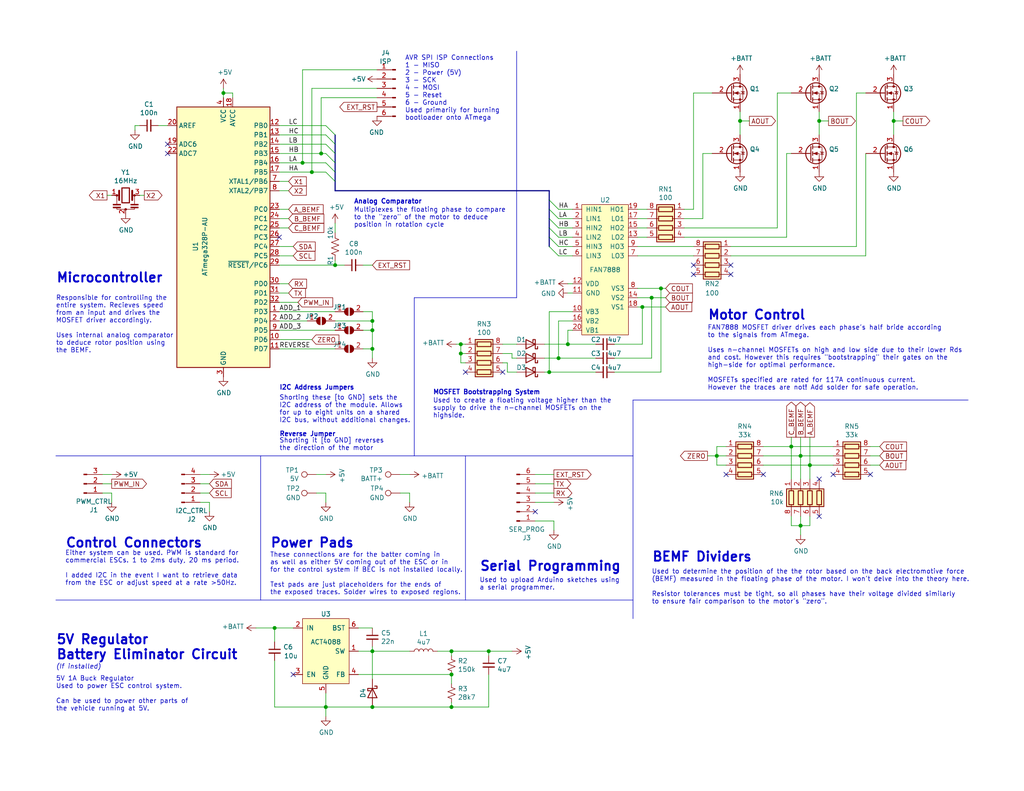
<source format=kicad_sch>
(kicad_sch (version 20230121) (generator eeschema)
  (paper "USLetter")
  (title_block (title "20V 100A BEMF ESC") (date "2020-05-04") (rev "1.1") (company "Savo Bajic") (comment 1 "Based on design from ELECTRONOOBS") (comment 2 "System controlled by PWM or I2C") (comment 3 "Designed for input between 10V and 20V, up to 100A continuous current") (comment 4 "Arduino Based BEMF Electric Speed Controller for a Brushless Motor"))
  (lib_symbols
    (symbol "Connector:Conn_01x03_Pin" (pin_names (offset 1.016) hide)
      (property "Reference" "J" (at 0 5.08 0))
      (property "Value" "Conn_01x03_Pin" (at 0 -5.08 0))
      (symbol "Conn_01x03_Pin_1_1"
        (pin passive line (at 5.08 2.54 180) (length 3.81) (name "Pin_1") (number "1"))
        (pin passive line (at 5.08 0 180) (length 3.81) (name "Pin_2") (number "2"))
        (pin passive line (at 5.08 -2.54 180) (length 3.81) (name "Pin_3") (number "3"))
      )
    )
    (symbol "Connector:Conn_01x04_Pin" (pin_names (offset 1.016) hide)
      (property "Reference" "J" (at 0 5.08 0))
      (property "Value" "Conn_01x04_Pin" (at 0 -7.62 0))
      (symbol "Conn_01x04_Pin_1_1"
        (pin passive line (at 5.08 2.54 180) (length 3.81) (name "Pin_1") (number "1"))
        (pin passive line (at 5.08 0 180) (length 3.81) (name "Pin_2") (number "2"))
        (pin passive line (at 5.08 -2.54 180) (length 3.81) (name "Pin_3") (number "3"))
        (pin passive line (at 5.08 -5.08 180) (length 3.81) (name "Pin_4") (number "4"))
      )
    )
    (symbol "Connector:Conn_01x06_Male" (pin_names (offset 1.016) hide)
      (property "Reference" "J" (at 0 7.62 0))
      (property "Value" "Conn_01x06_Male" (at 0 -10.16 0))
      (symbol "Conn_01x06_Male_1_1"
        (pin passive line (at 5.08 5.08 180) (length 3.81) (name "Pin_1") (number "1"))
        (pin passive line (at 5.08 2.54 180) (length 3.81) (name "Pin_2") (number "2"))
        (pin passive line (at 5.08 0 180) (length 3.81) (name "Pin_3") (number "3"))
        (pin passive line (at 5.08 -2.54 180) (length 3.81) (name "Pin_4") (number "4"))
        (pin passive line (at 5.08 -5.08 180) (length 3.81) (name "Pin_5") (number "5"))
        (pin passive line (at 5.08 -7.62 180) (length 3.81) (name "Pin_6") (number "6"))
      )
    )
    (symbol "Connector:Conn_01x06_Pin" (pin_names (offset 1.016) hide)
      (property "Reference" "J" (at 0 7.62 0))
      (property "Value" "Conn_01x06_Pin" (at 0 -10.16 0))
      (symbol "Conn_01x06_Pin_1_1"
        (pin passive line (at 5.08 5.08 180) (length 3.81) (name "Pin_1") (number "1"))
        (pin passive line (at 5.08 2.54 180) (length 3.81) (name "Pin_2") (number "2"))
        (pin passive line (at 5.08 0 180) (length 3.81) (name "Pin_3") (number "3"))
        (pin passive line (at 5.08 -2.54 180) (length 3.81) (name "Pin_4") (number "4"))
        (pin passive line (at 5.08 -5.08 180) (length 3.81) (name "Pin_5") (number "5"))
        (pin passive line (at 5.08 -7.62 180) (length 3.81) (name "Pin_6") (number "6"))
      )
    )
    (symbol "Connector:TestPoint" (pin_numbers hide) (pin_names (offset 0.762) hide)
      (property "Reference" "TP" (at 0 6.858 0))
      (property "Value" "TestPoint" (at 0 5.08 0))
      (symbol "TestPoint_1_1"
        (pin passive line (at 0 0 90) (length 2.54) (name "1") (number "1"))
      )
    )
    (symbol "Device:C_Small" (pin_numbers hide) (pin_names (offset 0.254) hide)
      (property "Reference" "C" (at 0.254 1.778 0))
      (property "Value" "C_Small" (at 0.254 -2.032 0))
      (symbol "C_Small_1_1"
        (pin passive line (at 0 2.54 270) (length 2.032) (name "~") (number "1"))
        (pin passive line (at 0 -2.54 90) (length 2.032) (name "~") (number "2"))
      )
    )
    (symbol "Device:D_Schottky" (pin_numbers hide) (pin_names (offset 1.016) hide)
      (property "Reference" "D" (at 0 2.54 0))
      (property "Value" "D_Schottky" (at 0 -2.54 0))
      (symbol "D_Schottky_1_1"
        (pin passive line (at -3.81 0 0) (length 2.54) (name "K") (number "1"))
        (pin passive line (at 3.81 0 180) (length 2.54) (name "A") (number "2"))
      )
    )
    (symbol "Device:L" (pin_numbers hide) (pin_names (offset 1.016) hide)
      (property "Reference" "L" (at -1.27 0 90))
      (property "Value" "L" (at 1.905 0 90))
      (symbol "L_1_1"
        (pin passive line (at 0 3.81 270) (length 1.27) (name "1") (number "1"))
        (pin passive line (at 0 -3.81 90) (length 1.27) (name "2") (number "2"))
      )
    )
    (symbol "Device:Q_NMOS_SGD" (pin_names (offset 0) hide)
      (property "Reference" "Q" (at 5.08 1.27 0))
      (property "Value" "Q_NMOS_SGD" (at 5.08 -1.27 0))
      (symbol "Q_NMOS_SGD_1_1"
        (pin passive line (at 2.54 -5.08 90) (length 2.54) (name "S") (number "1"))
        (pin input line (at -5.08 0 0) (length 5.08) (name "G") (number "2"))
        (pin passive line (at 2.54 5.08 270) (length 2.54) (name "D") (number "3"))
      )
    )
    (symbol "Device:R_Pack04" (pin_names (offset 0) hide)
      (property "Reference" "RN" (at -7.62 0 90))
      (property "Value" "R_Pack04" (at 5.08 0 90))
      (symbol "R_Pack04_1_1"
        (pin passive line (at -5.08 -5.08 90) (length 2.54) (name "R1.1") (number "1"))
        (pin passive line (at -2.54 -5.08 90) (length 2.54) (name "R2.1") (number "2"))
        (pin passive line (at 0 -5.08 90) (length 2.54) (name "R3.1") (number "3"))
        (pin passive line (at 2.54 -5.08 90) (length 2.54) (name "R4.1") (number "4"))
        (pin passive line (at 2.54 5.08 270) (length 2.54) (name "R4.2") (number "5"))
        (pin passive line (at 0 5.08 270) (length 2.54) (name "R3.2") (number "6"))
        (pin passive line (at -2.54 5.08 270) (length 2.54) (name "R2.2") (number "7"))
        (pin passive line (at -5.08 5.08 270) (length 2.54) (name "R1.2") (number "8"))
      )
    )
    (symbol "Device:R_Small_US" (pin_numbers hide) (pin_names (offset 0.254) hide)
      (property "Reference" "R" (at 0.762 0.508 0))
      (property "Value" "R_Small_US" (at 0.762 -1.016 0))
      (symbol "R_Small_US_1_1"
        (pin passive line (at 0 2.54 270) (length 1.016) (name "~") (number "1"))
        (pin passive line (at 0 -2.54 90) (length 1.016) (name "~") (number "2"))
      )
    )
    (symbol "Device:R_US" (pin_numbers hide) (pin_names (offset 0))
      (property "Reference" "R" (at 2.54 0 90))
      (property "Value" "R_US" (at -2.54 0 90))
      (symbol "R_US_1_1"
        (pin passive line (at 0 3.81 270) (length 1.27) (name "~") (number "1"))
        (pin passive line (at 0 -3.81 90) (length 1.27) (name "~") (number "2"))
      )
    )
    (symbol "Device:Resonator" (pin_names (offset 1.016) hide)
      (property "Reference" "Y" (at 0 5.715 0))
      (property "Value" "Resonator" (at 0 3.81 0))
      (symbol "Resonator_1_1"
        (pin passive line (at -3.81 0 0) (length 1.27) (name "1") (number "1"))
        (pin passive line (at 0 -5.08 90) (length 1.27) (name "2") (number "2"))
        (pin passive line (at 3.81 0 180) (length 1.27) (name "3") (number "3"))
      )
    )
    (symbol "Jumper:SolderJumper_2_Open" (pin_names (offset 0) hide)
      (property "Reference" "JP" (at 0 2.032 0))
      (property "Value" "SolderJumper_2_Open" (at 0 -2.54 0))
      (symbol "SolderJumper_2_Open_1_1"
        (pin passive line (at -3.81 0 0) (length 2.54) (name "A") (number "1"))
        (pin passive line (at 3.81 0 180) (length 2.54) (name "B") (number "2"))
      )
    )
    (symbol "MCU_Microchip_ATmega:ATmega328P-A"
      (property "Reference" "U" (at -12.7 36.83 0))
      (property "Value" "ATmega328P-A" (at 2.54 -36.83 0))
      (symbol "ATmega328P-A_1_1"
        (pin bidirectional line (at 15.24 -20.32 180) (length 2.54) (name "PD3") (number "1"))
        (pin bidirectional line (at 15.24 -27.94 180) (length 2.54) (name "PD6") (number "10"))
        (pin bidirectional line (at 15.24 -30.48 180) (length 2.54) (name "PD7") (number "11"))
        (pin bidirectional line (at 15.24 30.48 180) (length 2.54) (name "PB0") (number "12"))
        (pin bidirectional line (at 15.24 27.94 180) (length 2.54) (name "PB1") (number "13"))
        (pin bidirectional line (at 15.24 25.4 180) (length 2.54) (name "PB2") (number "14"))
        (pin bidirectional line (at 15.24 22.86 180) (length 2.54) (name "PB3") (number "15"))
        (pin bidirectional line (at 15.24 20.32 180) (length 2.54) (name "PB4") (number "16"))
        (pin bidirectional line (at 15.24 17.78 180) (length 2.54) (name "PB5") (number "17"))
        (pin power_in line (at 2.54 38.1 270) (length 2.54) (name "AVCC") (number "18"))
        (pin input line (at -15.24 25.4 0) (length 2.54) (name "ADC6") (number "19"))
        (pin bidirectional line (at 15.24 -22.86 180) (length 2.54) (name "PD4") (number "2"))
        (pin passive line (at -15.24 30.48 0) (length 2.54) (name "AREF") (number "20"))
        (pin passive line (at 0 -38.1 90) (length 2.54) hide (name "GND") (number "21"))
        (pin input line (at -15.24 22.86 0) (length 2.54) (name "ADC7") (number "22"))
        (pin bidirectional line (at 15.24 7.62 180) (length 2.54) (name "PC0") (number "23"))
        (pin bidirectional line (at 15.24 5.08 180) (length 2.54) (name "PC1") (number "24"))
        (pin bidirectional line (at 15.24 2.54 180) (length 2.54) (name "PC2") (number "25"))
        (pin bidirectional line (at 15.24 0 180) (length 2.54) (name "PC3") (number "26"))
        (pin bidirectional line (at 15.24 -2.54 180) (length 2.54) (name "PC4") (number "27"))
        (pin bidirectional line (at 15.24 -5.08 180) (length 2.54) (name "PC5") (number "28"))
        (pin bidirectional line (at 15.24 -7.62 180) (length 2.54) (name "~{RESET}/PC6") (number "29"))
        (pin power_in line (at 0 -38.1 90) (length 2.54) (name "GND") (number "3"))
        (pin bidirectional line (at 15.24 -12.7 180) (length 2.54) (name "PD0") (number "30"))
        (pin bidirectional line (at 15.24 -15.24 180) (length 2.54) (name "PD1") (number "31"))
        (pin bidirectional line (at 15.24 -17.78 180) (length 2.54) (name "PD2") (number "32"))
        (pin power_in line (at 0 38.1 270) (length 2.54) (name "VCC") (number "4"))
        (pin passive line (at 0 -38.1 90) (length 2.54) hide (name "GND") (number "5"))
        (pin passive line (at 0 38.1 270) (length 2.54) hide (name "VCC") (number "6"))
        (pin bidirectional line (at 15.24 15.24 180) (length 2.54) (name "XTAL1/PB6") (number "7"))
        (pin bidirectional line (at 15.24 12.7 180) (length 2.54) (name "XTAL2/PB7") (number "8"))
        (pin bidirectional line (at 15.24 -25.4 180) (length 2.54) (name "PD5") (number "9"))
      )
    )
    (symbol "esc_parts:ACT4088" (pin_names (offset 1.016))
      (property "Reference" "U" (at 0 10.16 0))
      (property "Value" "ACT4088" (at 0 2.54 0))
      (symbol "ACT4088_1_1"
        (pin power_out line (at 8.89 0 180) (length 2.54) (name "SW") (number "1"))
        (pin power_in line (at -8.89 6.35 0) (length 2.54) (name "IN") (number "2"))
        (pin input line (at -8.89 -6.35 0) (length 2.54) (name "EN") (number "3"))
        (pin input line (at 8.89 -6.35 180) (length 2.54) (name "FB") (number "4"))
        (pin power_in line (at 0 -11.43 90) (length 2.54) (name "GND") (number "5"))
        (pin passive line (at 8.89 6.35 180) (length 2.54) (name "BST") (number "6"))
      )
    )
    (symbol "esc_parts:FAN7888" (pin_names (offset 1.016))
      (property "Reference" "U2" (at 0 19.05 0))
      (property "Value" "FAN7888" (at 0 0 0))
      (symbol "FAN7888_1_1"
        (pin input line (at -8.89 16.51 0) (length 2.54) (name "HIN1") (number "1"))
        (pin passive line (at -8.89 -11.43 0) (length 2.54) (name "VB3") (number "10"))
        (pin power_in line (at -8.89 -6.35 0) (length 2.54) (name "GND") (number "11"))
        (pin power_in line (at -8.89 -3.81 0) (length 2.54) (name "VDD") (number "12"))
        (pin output line (at 8.89 8.89 180) (length 2.54) (name "LO2") (number "13"))
        (pin passive line (at 8.89 -7.62 180) (length 2.54) (name "VS2") (number "14"))
        (pin output line (at 8.89 11.43 180) (length 2.54) (name "HO2") (number "15"))
        (pin passive line (at -8.89 -13.97 0) (length 2.54) (name "VB2") (number "16"))
        (pin output line (at 8.89 13.97 180) (length 2.54) (name "LO1") (number "17"))
        (pin passive line (at 8.89 -10.16 180) (length 2.54) (name "VS1") (number "18"))
        (pin output line (at 8.89 16.51 180) (length 2.54) (name "HO1") (number "19"))
        (pin input line (at -8.89 13.97 0) (length 2.54) (name "LIN1") (number "2"))
        (pin passive line (at -8.89 -16.51 0) (length 2.54) (name "VB1") (number "20"))
        (pin input line (at -8.89 11.43 0) (length 2.54) (name "HIN2") (number "3"))
        (pin input line (at -8.89 8.89 0) (length 2.54) (name "LIN2") (number "4"))
        (pin input line (at -8.89 6.35 0) (length 2.54) (name "HIN3") (number "5"))
        (pin input line (at -8.89 3.81 0) (length 2.54) (name "LIN3") (number "6"))
        (pin output line (at 8.89 3.81 180) (length 2.54) (name "LO3") (number "7"))
        (pin passive line (at 8.89 -5.08 180) (length 2.54) (name "VS3") (number "8"))
        (pin output line (at 8.89 6.35 180) (length 2.54) (name "HO3") (number "9"))
      )
    )
    (symbol "power:+5V" (power) (pin_names (offset 0))
      (property "Value" "+5V" (at 0 3.556 0))
      (symbol "+5V_1_1"
        (pin power_in line (at 0 0 90) (length 0) hide (name "+5V") (number "1"))
      )
    )
    (symbol "power:+BATT" (power) (pin_names (offset 0))
      (property "Value" "+BATT" (at 0 3.556 0))
      (symbol "+BATT_1_1"
        (pin power_in line (at 0 0 90) (length 0) hide (name "+BATT") (number "1"))
      )
    )
    (symbol "power:GND" (power) (pin_names (offset 0))
      (property "Value" "GND" (at 0 -3.81 0))
      (symbol "GND_1_1"
        (pin power_in line (at 0 0 270) (length 0) hide (name "GND") (number "1"))
      )
    )
  )
  (junction (at 87.63 41.91))
  (junction (at 82.55 44.45))
  (junction (at 101.6 193.04))
  (junction (at 220.98 127))
  (junction (at 85.09 46.99))
  (junction (at 177.8 81.28))
  (junction (at 195.58 124.46))
  (junction (at 74.93 171.45))
  (junction (at 175.26 83.82))
  (junction (at 123.19 184.15))
  (junction (at 101.6 95.25))
  (junction (at 60.96 25.4))
  (junction (at 154.94 93.98))
  (junction (at 243.84 33.02))
  (junction (at 101.6 90.17))
  (junction (at 218.44 143.51))
  (junction (at 88.9 193.04))
  (junction (at 223.52 33.02))
  (junction (at 123.19 177.8))
  (junction (at 123.19 193.04))
  (junction (at 149.86 101.6))
  (junction (at 125.73 96.52))
  (junction (at 180.34 78.74))
  (junction (at 215.9 121.92))
  (junction (at 218.44 124.46))
  (junction (at 101.6 87.63))
  (junction (at 152.4 97.79))
  (junction (at 201.93 33.02))
  (junction (at 125.73 93.98))
  (junction (at 133.35 177.8))
  (junction (at 91.44 72.39))
  (junction (at 101.6 177.8))
  (no_connect (at 45.72 41.91))
  (no_connect (at 127 101.6))
  (no_connect (at 208.28 129.54))
  (no_connect (at 80.01 184.15))
  (no_connect (at 137.16 101.6))
  (no_connect (at 223.52 130.81))
  (no_connect (at 223.52 140.97))
  (no_connect (at 146.05 139.7))
  (no_connect (at 199.39 72.39))
  (no_connect (at 189.23 72.39))
  (no_connect (at 199.39 74.93))
  (no_connect (at 45.72 39.37))
  (no_connect (at 76.2 64.77))
  (no_connect (at 237.49 129.54))
  (no_connect (at 189.23 74.93))
  (no_connect (at 227.33 129.54))
  (no_connect (at 198.12 129.54))
  (bus_entry (at 88.9 39.37) (size 2.54 2.54))
  (bus_entry (at 88.9 41.91) (size 2.54 2.54))
  (bus_entry (at 149.86 67.31) (size 2.54 2.54))
  (bus_entry (at 149.86 54.61) (size 2.54 2.54))
  (bus_entry (at 88.9 46.99) (size 2.54 2.54))
  (bus_entry (at 149.86 64.77) (size 2.54 2.54))
  (bus_entry (at 88.9 44.45) (size 2.54 2.54))
  (bus_entry (at 149.86 57.15) (size 2.54 2.54))
  (bus_entry (at 149.86 59.69) (size 2.54 2.54))
  (bus_entry (at 149.86 62.23) (size 2.54 2.54))
  (bus_entry (at 88.9 36.83) (size 2.54 2.54))
  (bus_entry (at 88.9 34.29) (size 2.54 2.54))
  (wire (pts (xy 123.19 179.07) (xy 123.19 177.8)))
  (wire (pts (xy 76.2 72.39) (xy 91.44 72.39)))
  (wire (pts (xy 236.22 69.85) (xy 199.39 69.85)))
  (wire (pts (xy 208.28 127) (xy 220.98 127)))
  (wire (pts (xy 54.61 129.54) (xy 57.15 129.54)))
  (wire (pts (xy 167.64 101.6) (xy 180.34 101.6)))
  (wire (pts (xy 97.79 177.8) (xy 101.6 177.8)))
  (wire (pts (xy 152.4 67.31) (xy 156.21 67.31)))
  (wire (pts (xy 146.05 142.24) (xy 151.13 142.24)))
  (wire (pts (xy 109.22 134.62) (xy 111.76 134.62)))
  (wire (pts (xy 101.6 177.8) (xy 111.76 177.8)))
  (wire (pts (xy 154.94 90.17) (xy 156.21 90.17)))
  (polyline (pts (xy 140.97 81.28) (xy 140.97 13.97)))
  (wire (pts (xy 78.74 52.07) (xy 76.2 52.07)))
  (wire (pts (xy 76.2 87.63) (xy 83.82 87.63)))
  (wire (pts (xy 140.97 97.79) (xy 139.7 97.79)))
  (wire (pts (xy 181.61 78.74) (xy 180.34 78.74)))
  (wire (pts (xy 149.86 85.09) (xy 149.86 101.6)))
  (wire (pts (xy 212.09 25.4) (xy 215.9 25.4)))
  (wire (pts (xy 194.31 41.91) (xy 191.77 41.91)))
  (wire (pts (xy 173.99 81.28) (xy 177.8 81.28)))
  (wire (pts (xy 88.9 193.04) (xy 88.9 195.58)))
  (wire (pts (xy 189.23 69.85) (xy 173.99 69.85)))
  (wire (pts (xy 87.63 41.91) (xy 87.63 26.67)))
  (wire (pts (xy 63.5 25.4) (xy 63.5 26.67)))
  (wire (pts (xy 88.9 193.04) (xy 101.6 193.04)))
  (wire (pts (xy 237.49 124.46) (xy 240.03 124.46)))
  (wire (pts (xy 101.6 85.09) (xy 101.6 87.63)))
  (wire (pts (xy 180.34 78.74) (xy 173.99 78.74)))
  (wire (pts (xy 208.28 121.92) (xy 215.9 121.92)))
  (wire (pts (xy 215.9 121.92) (xy 227.33 121.92)))
  (wire (pts (xy 76.2 90.17) (xy 91.44 90.17)))
  (wire (pts (xy 215.9 140.97) (xy 215.9 143.51)))
  (wire (pts (xy 76.2 80.01) (xy 78.74 80.01)))
  (wire (pts (xy 189.23 25.4) (xy 194.31 25.4)))
  (wire (pts (xy 60.96 25.4) (xy 63.5 25.4)))
  (wire (pts (xy 125.73 96.52) (xy 125.73 99.06)))
  (wire (pts (xy 243.84 33.02) (xy 243.84 36.83)))
  (wire (pts (xy 99.06 85.09) (xy 101.6 85.09)))
  (wire (pts (xy 220.98 119.38) (xy 220.98 127)))
  (wire (pts (xy 101.6 95.25) (xy 101.6 97.79)))
  (wire (pts (xy 223.52 30.48) (xy 223.52 33.02)))
  (wire (pts (xy 74.93 193.04) (xy 88.9 193.04)))
  (polyline (pts (xy 113.03 81.28) (xy 113.03 124.46)))
  (wire (pts (xy 127 96.52) (xy 125.73 96.52)))
  (wire (pts (xy 87.63 41.91) (xy 88.9 41.91)))
  (wire (pts (xy 133.35 177.8) (xy 139.7 177.8)))
  (wire (pts (xy 74.93 171.45) (xy 69.85 171.45)))
  (polyline (pts (xy 172.72 109.22) (xy 264.16 109.22)))
  (wire (pts (xy 123.19 177.8) (xy 133.35 177.8)))
  (wire (pts (xy 124.46 93.98) (xy 125.73 93.98)))
  (wire (pts (xy 109.22 129.54) (xy 111.76 129.54)))
  (wire (pts (xy 181.61 81.28) (xy 177.8 81.28)))
  (wire (pts (xy 74.93 180.34) (xy 74.93 193.04)))
  (wire (pts (xy 127 99.06) (xy 125.73 99.06)))
  (wire (pts (xy 123.19 193.04) (xy 133.35 193.04)))
  (wire (pts (xy 60.96 24.13) (xy 60.96 25.4)))
  (wire (pts (xy 220.98 127) (xy 220.98 130.81)))
  (wire (pts (xy 76.2 41.91) (xy 87.63 41.91)))
  (bus (pts (xy 149.86 64.77) (xy 149.86 67.31)))
  (wire (pts (xy 198.12 127) (xy 195.58 127)))
  (wire (pts (xy 86.36 129.54) (xy 88.9 129.54)))
  (wire (pts (xy 218.44 146.05) (xy 218.44 143.51)))
  (wire (pts (xy 220.98 143.51) (xy 220.98 140.97)))
  (wire (pts (xy 218.44 124.46) (xy 208.28 124.46)))
  (wire (pts (xy 43.18 34.29) (xy 45.72 34.29)))
  (wire (pts (xy 212.09 62.23) (xy 212.09 25.4)))
  (wire (pts (xy 237.49 127) (xy 240.03 127)))
  (wire (pts (xy 191.77 59.69) (xy 186.69 59.69)))
  (wire (pts (xy 91.44 63.5) (xy 91.44 60.96)))
  (wire (pts (xy 101.6 176.53) (xy 101.6 177.8)))
  (wire (pts (xy 101.6 185.42) (xy 101.6 177.8)))
  (wire (pts (xy 82.55 19.05) (xy 102.87 19.05)))
  (wire (pts (xy 215.9 41.91) (xy 214.63 41.91)))
  (wire (pts (xy 99.06 90.17) (xy 101.6 90.17)))
  (wire (pts (xy 54.61 137.16) (xy 57.15 137.16)))
  (polyline (pts (xy 127 124.46) (xy 127 163.83)))
  (bus (pts (xy 91.44 46.99) (xy 91.44 49.53)))
  (wire (pts (xy 156.21 69.85) (xy 152.4 69.85)))
  (wire (pts (xy 152.4 97.79) (xy 162.56 97.79)))
  (wire (pts (xy 177.8 81.28) (xy 177.8 97.79)))
  (wire (pts (xy 76.2 46.99) (xy 85.09 46.99)))
  (wire (pts (xy 82.55 44.45) (xy 88.9 44.45)))
  (wire (pts (xy 173.99 64.77) (xy 176.53 64.77)))
  (wire (pts (xy 176.53 59.69) (xy 173.99 59.69)))
  (wire (pts (xy 173.99 67.31) (xy 189.23 67.31)))
  (wire (pts (xy 101.6 72.39) (xy 99.06 72.39)))
  (wire (pts (xy 38.1 53.34) (xy 39.37 53.34)))
  (wire (pts (xy 227.33 124.46) (xy 218.44 124.46)))
  (wire (pts (xy 195.58 121.92) (xy 198.12 121.92)))
  (wire (pts (xy 204.47 33.02) (xy 201.93 33.02)))
  (wire (pts (xy 125.73 93.98) (xy 127 93.98)))
  (wire (pts (xy 152.4 64.77) (xy 156.21 64.77)))
  (wire (pts (xy 139.7 96.52) (xy 137.16 96.52)))
  (wire (pts (xy 246.38 33.02) (xy 243.84 33.02)))
  (wire (pts (xy 74.93 171.45) (xy 80.01 171.45)))
  (wire (pts (xy 154.94 93.98) (xy 162.56 93.98)))
  (wire (pts (xy 76.2 49.53) (xy 78.74 49.53)))
  (wire (pts (xy 151.13 142.24) (xy 151.13 144.78)))
  (bus (pts (xy 91.44 44.45) (xy 91.44 46.99)))
  (bus (pts (xy 91.44 36.83) (xy 91.44 39.37)))
  (wire (pts (xy 236.22 41.91) (xy 236.22 69.85)))
  (wire (pts (xy 119.38 177.8) (xy 123.19 177.8)))
  (polyline (pts (xy 113.03 81.28) (xy 140.97 81.28)))
  (wire (pts (xy 133.35 193.04) (xy 133.35 184.15)))
  (wire (pts (xy 123.19 184.15) (xy 123.19 186.69)))
  (wire (pts (xy 167.64 93.98) (xy 175.26 93.98)))
  (wire (pts (xy 88.9 189.23) (xy 88.9 193.04)))
  (bus (pts (xy 149.86 62.23) (xy 149.86 64.77)))
  (wire (pts (xy 226.06 33.02) (xy 223.52 33.02)))
  (wire (pts (xy 123.19 191.77) (xy 123.19 193.04)))
  (wire (pts (xy 76.2 59.69) (xy 78.74 59.69)))
  (wire (pts (xy 215.9 130.81) (xy 215.9 121.92)))
  (wire (pts (xy 30.48 134.62) (xy 30.48 137.16)))
  (wire (pts (xy 76.2 95.25) (xy 91.44 95.25)))
  (wire (pts (xy 133.35 177.8) (xy 133.35 179.07)))
  (wire (pts (xy 177.8 97.79) (xy 167.64 97.79)))
  (wire (pts (xy 201.93 30.48) (xy 201.93 33.02)))
  (wire (pts (xy 88.9 134.62) (xy 88.9 137.16)))
  (wire (pts (xy 198.12 124.46) (xy 195.58 124.46)))
  (wire (pts (xy 146.05 137.16) (xy 151.13 137.16)))
  (bus (pts (xy 149.86 54.61) (xy 149.86 57.15)))
  (wire (pts (xy 86.36 134.62) (xy 88.9 134.62)))
  (wire (pts (xy 76.2 39.37) (xy 88.9 39.37)))
  (wire (pts (xy 149.86 85.09) (xy 156.21 85.09)))
  (wire (pts (xy 233.68 67.31) (xy 233.68 25.4)))
  (wire (pts (xy 223.52 33.02) (xy 223.52 36.83)))
  (wire (pts (xy 85.09 46.99) (xy 85.09 24.13)))
  (wire (pts (xy 218.44 124.46) (xy 218.44 130.81)))
  (wire (pts (xy 125.73 93.98) (xy 125.73 96.52)))
  (wire (pts (xy 180.34 101.6) (xy 180.34 78.74)))
  (wire (pts (xy 78.74 77.47) (xy 76.2 77.47)))
  (wire (pts (xy 76.2 44.45) (xy 82.55 44.45)))
  (wire (pts (xy 78.74 62.23) (xy 76.2 62.23)))
  (wire (pts (xy 76.2 67.31) (xy 80.01 67.31)))
  (wire (pts (xy 195.58 124.46) (xy 195.58 121.92)))
  (wire (pts (xy 156.21 80.01) (xy 154.94 80.01)))
  (wire (pts (xy 139.7 97.79) (xy 139.7 96.52)))
  (wire (pts (xy 154.94 77.47) (xy 156.21 77.47)))
  (wire (pts (xy 193.04 124.46) (xy 195.58 124.46)))
  (wire (pts (xy 76.2 36.83) (xy 88.9 36.83)))
  (wire (pts (xy 148.59 97.79) (xy 152.4 97.79)))
  (wire (pts (xy 29.21 53.34) (xy 30.48 53.34)))
  (wire (pts (xy 87.63 26.67) (xy 102.87 26.67)))
  (wire (pts (xy 91.44 87.63) (xy 101.6 87.63)))
  (wire (pts (xy 243.84 30.48) (xy 243.84 33.02)))
  (wire (pts (xy 146.05 134.62) (xy 151.13 134.62)))
  (wire (pts (xy 146.05 132.08) (xy 151.13 132.08)))
  (wire (pts (xy 27.94 132.08) (xy 30.48 132.08)))
  (wire (pts (xy 218.44 143.51) (xy 220.98 143.51)))
  (polyline (pts (xy 172.72 109.22) (xy 172.72 168.91)))
  (bus (pts (xy 149.86 57.15) (xy 149.86 59.69)))
  (wire (pts (xy 154.94 90.17) (xy 154.94 93.98)))
  (wire (pts (xy 85.09 24.13) (xy 102.87 24.13)))
  (wire (pts (xy 138.43 101.6) (xy 140.97 101.6)))
  (wire (pts (xy 57.15 134.62) (xy 54.61 134.62)))
  (wire (pts (xy 199.39 67.31) (xy 233.68 67.31)))
  (wire (pts (xy 215.9 143.51) (xy 218.44 143.51)))
  (wire (pts (xy 36.83 35.56) (xy 36.83 34.29)))
  (wire (pts (xy 76.2 69.85) (xy 80.01 69.85)))
  (wire (pts (xy 201.93 33.02) (xy 201.93 36.83)))
  (wire (pts (xy 148.59 93.98) (xy 154.94 93.98)))
  (wire (pts (xy 189.23 57.15) (xy 189.23 25.4)))
  (wire (pts (xy 76.2 85.09) (xy 91.44 85.09)))
  (wire (pts (xy 60.96 25.4) (xy 60.96 26.67)))
  (wire (pts (xy 191.77 41.91) (xy 191.77 59.69)))
  (bus (pts (xy 149.86 52.07) (xy 149.86 54.61)))
  (wire (pts (xy 97.79 171.45) (xy 101.6 171.45)))
  (wire (pts (xy 186.69 57.15) (xy 189.23 57.15)))
  (polyline (pts (xy 71.12 124.46) (xy 71.12 163.83)))
  (wire (pts (xy 215.9 119.38) (xy 215.9 121.92)))
  (bus (pts (xy 91.44 41.91) (xy 91.44 44.45)))
  (wire (pts (xy 186.69 62.23) (xy 212.09 62.23)))
  (wire (pts (xy 175.26 93.98) (xy 175.26 83.82)))
  (wire (pts (xy 91.44 72.39) (xy 91.44 71.12)))
  (wire (pts (xy 152.4 59.69) (xy 156.21 59.69)))
  (wire (pts (xy 152.4 87.63) (xy 156.21 87.63)))
  (wire (pts (xy 137.16 93.98) (xy 140.97 93.98)))
  (wire (pts (xy 76.2 34.29) (xy 88.9 34.29)))
  (wire (pts (xy 195.58 127) (xy 195.58 124.46)))
  (wire (pts (xy 57.15 137.16) (xy 57.15 139.7)))
  (bus (pts (xy 91.44 49.53) (xy 91.44 52.07)))
  (wire (pts (xy 146.05 129.54) (xy 151.13 129.54)))
  (wire (pts (xy 175.26 83.82) (xy 173.99 83.82)))
  (wire (pts (xy 149.86 101.6) (xy 162.56 101.6)))
  (wire (pts (xy 74.93 175.26) (xy 74.93 171.45)))
  (wire (pts (xy 27.94 134.62) (xy 30.48 134.62)))
  (wire (pts (xy 76.2 82.55) (xy 81.28 82.55)))
  (wire (pts (xy 173.99 62.23) (xy 176.53 62.23)))
  (polyline (pts (xy 15.24 124.46) (xy 172.72 124.46)))
  (wire (pts (xy 156.21 62.23) (xy 152.4 62.23)))
  (wire (pts (xy 214.63 41.91) (xy 214.63 64.77)))
  (wire (pts (xy 36.83 34.29) (xy 38.1 34.29)))
  (wire (pts (xy 152.4 87.63) (xy 152.4 97.79)))
  (wire (pts (xy 137.16 99.06) (xy 138.43 99.06)))
  (wire (pts (xy 101.6 90.17) (xy 101.6 95.25)))
  (bus (pts (xy 149.86 59.69) (xy 149.86 62.23)))
  (wire (pts (xy 237.49 121.92) (xy 240.03 121.92)))
  (wire (pts (xy 220.98 127) (xy 227.33 127)))
  (wire (pts (xy 82.55 44.45) (xy 82.55 19.05)))
  (wire (pts (xy 97.79 184.15) (xy 123.19 184.15)))
  (polyline (pts (xy 15.24 163.83) (xy 172.72 163.83)))
  (wire (pts (xy 214.63 64.77) (xy 186.69 64.77)))
  (wire (pts (xy 101.6 87.63) (xy 101.6 90.17)))
  (wire (pts (xy 101.6 193.04) (xy 123.19 193.04)))
  (wire (pts (xy 173.99 57.15) (xy 176.53 57.15)))
  (wire (pts (xy 148.59 101.6) (xy 149.86 101.6)))
  (wire (pts (xy 93.98 72.39) (xy 91.44 72.39)))
  (wire (pts (xy 233.68 25.4) (xy 236.22 25.4)))
  (wire (pts (xy 218.44 140.97) (xy 218.44 143.51)))
  (wire (pts (xy 99.06 95.25) (xy 101.6 95.25)))
  (wire (pts (xy 111.76 134.62) (xy 111.76 137.16)))
  (bus (pts (xy 91.44 39.37) (xy 91.44 41.91)))
  (wire (pts (xy 27.94 129.54) (xy 30.48 129.54)))
  (wire (pts (xy 76.2 92.71) (xy 85.09 92.71)))
  (wire (pts (xy 78.74 57.15) (xy 76.2 57.15)))
  (bus (pts (xy 91.44 52.07) (xy 149.86 52.07)))
  (wire (pts (xy 181.61 83.82) (xy 175.26 83.82)))
  (wire (pts (xy 152.4 57.15) (xy 156.21 57.15)))
  (wire (pts (xy 138.43 99.06) (xy 138.43 101.6)))
  (wire (pts (xy 218.44 119.38) (xy 218.44 124.46)))
  (wire (pts (xy 54.61 132.08) (xy 57.15 132.08)))
  (wire (pts (xy 85.09 46.99) (xy 88.9 46.99)))
  (text "MOSFET Bootstrapping System" (at 118.11 107.95 0) (effects (font (size 1.27 1.27) (thickness 0.254) bold) (justify left bottom)))
  (text "These connections are for the batter coming in\nas well as either 5V coming out of the ESC or in\nfor the control system if BEC is not installed locally.\n\nTest pads are just placeholders for the ends of \nthe exposed traces. Solder wires to exposed regions." (at 73.66 162.56 0) (effects (font (size 1.27 1.27)) (justify left bottom)))
  (text "FAN7888 MOSFET driver drives each phase's half bride according\nto the signals from ATmega.\n\nUses n-channel MOSFETs on high and low side due to their lower Rds\nand cost. However this requires \"bootstrapping\" their gates on the \nhigh-side for optimal performance.\n\nMOSFETs specified are rated for 117A continuous current.\nHowever the traces are not! Add solder for safe operation." (at 193.04 106.68 0) (effects (font (size 1.27 1.27)) (justify left bottom)))
  (text "Reverse Jumper" (at 76.2 119.38 0) (effects (font (size 1.27 1.27) (thickness 0.254) bold) (justify left bottom)))
  (text "Analog Comparator" (at 96.52 55.88 0) (effects (font (size 1.27 1.27) (thickness 0.254) bold) (justify left bottom)))
  (text "Multiplexes the floating phase to compare\nto the \"zero\" of the motor to deduce\nposition in rotation cycle" (at 96.52 62.23 0) (effects (font (size 1.27 1.27)) (justify left bottom)))
  (text "BEMF Dividers" (at 177.8 153.67 0) (effects (font (size 2.54 2.54) (thickness 0.508) bold) (justify left bottom)))
  (text "Shorting it [to GND] reverses\nthe direction of the motor" (at 76.2 123.19 0) (effects (font (size 1.27 1.27)) (justify left bottom)))
  (text "5V Regulator\nBattery Eliminator Circuit" (at 15.24 180.34 0) (effects (font (size 2.54 2.54) (thickness 0.508) bold) (justify left bottom)))
  (text "Shorting these [to GND] sets the\nI2C address of the module. Allows\nfor up to eight units on a shared\nI2C bus, without additional changes." (at 76.2 115.57 0) (effects (font (size 1.27 1.27)) (justify left bottom)))
  (text "5V 1A Buck Regulator\nUsed to power ESC control system. \n\nCan be used to power other parts of\nthe vehicle running at 5V." (at 15.24 194.31 0) (effects (font (size 1.27 1.27)) (justify left bottom)))
  (text "Power Pads" (at 73.66 149.86 0) (effects (font (size 2.54 2.54) (thickness 0.508) bold) (justify left bottom)))
  (text "Either system can be used. PWM is standard for\ncommercial ESCs. 1 to 2ms duty, 20 ms period.\n\nI added I2C in the event I want to retrieve data\nfrom the ESC or adjust speed at a rate >50Hz." (at 17.78 160.02 0) (effects (font (size 1.27 1.27)) (justify left bottom)))
  (text "Used to upload Arduino sketches using\na serial programmer." (at 130.81 161.29 0) (effects (font (size 1.27 1.27)) (justify left bottom)))
  (text "I2C Address Jumpers" (at 76.2 106.68 0) (effects (font (size 1.27 1.27) (thickness 0.254) bold) (justify left bottom)))
  (text "Used to create a floating voltage higher than the\nsupply to drive the n-channel MOSFETs on the\nhighside." (at 118.11 114.3 0) (effects (font (size 1.27 1.27)) (justify left bottom)))
  (text "Serial Programming" (at 130.81 156.21 0) (effects (font (size 2.54 2.54) (thickness 0.508) bold) (justify left bottom)))
  (text "Responsible for controlling the\nentire system. Recieves speed\nfrom an input and drives the\nMOSFET driver accordingly.\n\nUses internal analog comparator\nto deduce rotor position using\nthe BEMF." (at 15.24 96.52 0) (effects (font (size 1.27 1.27)) (justify left bottom)))
  (text "(If installed)" (at 15.24 182.88 0) (effects (font (size 1.27 1.27) italic) (justify left bottom)))
  (text "Control Connectors" (at 17.78 149.86 0) (effects (font (size 2.54 2.54) (thickness 0.508) bold) (justify left bottom)))
  (text "Microcontroller" (at 15.24 77.47 0) (effects (font (size 2.54 2.54) (thickness 0.508) bold) (justify left bottom)))
  (text "AVR SPI ISP Connections\n1 - MISO\n2 - Power (5V)\n3 - SCK\n4 - MOSI\n5 - Reset\n6 - Ground\nUsed primarily for burning\nbootloader onto ATmega" (at 110.49 33.02 0) (effects (font (size 1.27 1.27)) (justify left bottom)))
  (text "Motor Control" (at 193.04 87.63 0) (effects (font (size 2.54 2.54) (thickness 0.508) bold) (justify left bottom)))
  (text "Used to determine the position of the the rotor based on the back electromotive force\n(BEMF) measured in the floating phase of the motor. I won't delve into the theory here.\n\nResistor tolerances must be tight, so all phases have their voltage divided similarly\nto ensure fair comparison to the motor's \"zero\"." (at 177.8 165.1 0) (effects (font (size 1.27 1.27)) (justify left bottom)))
  (label "HB" (at 78.74 41.91 0))
  (label "ADD_3" (at 76.2 90.17 0))
  (label "HA" (at 78.74 46.99 0))
  (label "LA" (at 78.74 44.45 0))
  (label "LB" (at 78.74 39.37 0))
  (label "HA" (at 152.4 57.15 0))
  (label "HC" (at 152.4 67.31 0))
  (label "LC" (at 78.74 34.29 0))
  (label "HB" (at 152.4 62.23 0))
  (label "ADD_1" (at 76.2 85.09 0))
  (label "REVERSE" (at 76.2 95.25 0))
  (label "LC" (at 152.4 69.85 0))
  (label "ADD_2" (at 76.2 87.63 0))
  (label "LB" (at 152.4 64.77 0))
  (label "LA" (at 152.4 59.69 0))
  (label "HC" (at 78.74 36.83 0))
  (global_label "COUT" (shape output) (at 246.38 33.02 0) (property "Intersheetrefs" "${INTERSHEET_REFS}" (effects hide)))
  (global_label "COUT" (shape input) (at 240.03 121.92 0) (property "Intersheetrefs" "${INTERSHEET_REFS}" (effects hide)))
  (global_label "X2" (shape input) (at 78.74 52.07 0) (property "Intersheetrefs" "${INTERSHEET_REFS}" (effects hide)))
  (global_label "A_BEMF" (shape output) (at 220.98 119.38 90) (property "Intersheetrefs" "${INTERSHEET_REFS}" (effects hide)))
  (global_label "ZERO" (shape output) (at 193.04 124.46 180) (property "Intersheetrefs" "${INTERSHEET_REFS}" (effects hide)))
  (global_label "AOUT" (shape input) (at 181.61 83.82 0) (property "Intersheetrefs" "${INTERSHEET_REFS}" (effects hide)))
  (global_label "SCL" (shape input) (at 57.15 134.62 0) (property "Intersheetrefs" "${INTERSHEET_REFS}" (effects hide)))
  (global_label "TX" (shape output) (at 151.13 132.08 0) (property "Intersheetrefs" "${INTERSHEET_REFS}" (effects hide)))
  (global_label "X1" (shape output) (at 29.21 53.34 180) (property "Intersheetrefs" "${INTERSHEET_REFS}" (effects hide)))
  (global_label "X1" (shape input) (at 78.74 49.53 0) (property "Intersheetrefs" "${INTERSHEET_REFS}" (effects hide)))
  (global_label "X2" (shape output) (at 39.37 53.34 0) (property "Intersheetrefs" "${INTERSHEET_REFS}" (effects hide)))
  (global_label "AOUT" (shape input) (at 240.03 127 0) (property "Intersheetrefs" "${INTERSHEET_REFS}" (effects hide)))
  (global_label "BOUT" (shape output) (at 226.06 33.02 0) (property "Intersheetrefs" "${INTERSHEET_REFS}" (effects hide)))
  (global_label "SDA" (shape input) (at 57.15 132.08 0) (property "Intersheetrefs" "${INTERSHEET_REFS}" (effects hide)))
  (global_label "PWM_IN" (shape output) (at 30.48 132.08 0) (property "Intersheetrefs" "${INTERSHEET_REFS}" (effects hide)))
  (global_label "B_BEMF" (shape input) (at 78.74 59.69 0) (property "Intersheetrefs" "${INTERSHEET_REFS}" (effects hide)))
  (global_label "EXT_RST" (shape output) (at 102.87 29.21 180) (property "Intersheetrefs" "${INTERSHEET_REFS}" (effects hide)))
  (global_label "EXT_RST" (shape output) (at 151.13 129.54 0) (property "Intersheetrefs" "${INTERSHEET_REFS}" (effects hide)))
  (global_label "SDA" (shape input) (at 80.01 67.31 0) (property "Intersheetrefs" "${INTERSHEET_REFS}" (effects hide)))
  (global_label "TX" (shape input) (at 78.74 80.01 0) (property "Intersheetrefs" "${INTERSHEET_REFS}" (effects hide)))
  (global_label "BOUT" (shape input) (at 181.61 81.28 0) (property "Intersheetrefs" "${INTERSHEET_REFS}" (effects hide)))
  (global_label "ZERO" (shape input) (at 85.09 92.71 0) (property "Intersheetrefs" "${INTERSHEET_REFS}" (effects hide)))
  (global_label "RX" (shape input) (at 78.74 77.47 0) (property "Intersheetrefs" "${INTERSHEET_REFS}" (effects hide)))
  (global_label "C_BEMF" (shape input) (at 78.74 62.23 0) (property "Intersheetrefs" "${INTERSHEET_REFS}" (effects hide)))
  (global_label "AOUT" (shape output) (at 204.47 33.02 0) (property "Intersheetrefs" "${INTERSHEET_REFS}" (effects hide)))
  (global_label "RX" (shape output) (at 151.13 134.62 0) (property "Intersheetrefs" "${INTERSHEET_REFS}" (effects hide)))
  (global_label "SCL" (shape input) (at 80.01 69.85 0) (property "Intersheetrefs" "${INTERSHEET_REFS}" (effects hide)))
  (global_label "BOUT" (shape input) (at 240.03 124.46 0) (property "Intersheetrefs" "${INTERSHEET_REFS}" (effects hide)))
  (global_label "PWM_IN" (shape input) (at 81.28 82.55 0) (property "Intersheetrefs" "${INTERSHEET_REFS}" (effects hide)))
  (global_label "C_BEMF" (shape output) (at 215.9 119.38 90) (property "Intersheetrefs" "${INTERSHEET_REFS}" (effects hide)))
  (global_label "EXT_RST" (shape input) (at 101.6 72.39 0) (property "Intersheetrefs" "${INTERSHEET_REFS}" (effects hide)))
  (global_label "A_BEMF" (shape input) (at 78.74 57.15 0) (property "Intersheetrefs" "${INTERSHEET_REFS}" (effects hide)))
  (global_label "B_BEMF" (shape output) (at 218.44 119.38 90) (property "Intersheetrefs" "${INTERSHEET_REFS}" (effects hide)))
  (global_label "COUT" (shape input) (at 181.61 78.74 0) (property "Intersheetrefs" "${INTERSHEET_REFS}" (effects hide)))
  (symbol (lib_id "MCU_Microchip_ATmega:ATmega328P-A") (at 60.96 64.77 0) (unit 1)
    (property "Reference" "U1" (at 53.34 67.31 90))
    (property "Value" "ATmega328P-AU" (at 55.88 67.31 90))
    (property "Footprint" "Package_QFP:TQFP-32_7x7mm_P0.8mm" (effects hide))
    (property "Datasheet" "http://ww1.microchip.com/downloads/en/DeviceDoc/ATmega328_P%20AVR%20MCU%20with%20picoPower%20Technology%20Data%20Sheet%2040001984A.pdf" (effects hide))
  )
  (symbol (lib_id "power:GND") (at 60.96 102.87 0) (unit 1)
    (property "Reference" "#PWR015" (effects hide))
    (property "Value" "GND" (at 61.087 107.2642 0))
  )
  (symbol (lib_id "Device:Q_NMOS_SGD") (at 199.39 25.4 0) (unit 1)
    (property "Reference" "Q1" (at 204.5716 24.2316 0) (effects (justify left)))
    (property "Value" "Q_NMOS_SGD" (effects hide))
    (property "Footprint" "esc:TPN2R903PLL1Q" (effects hide))
  )
  (symbol (lib_id "Device:Q_NMOS_SGD") (at 199.39 41.91 0) (unit 1)
    (property "Reference" "Q4" (at 204.5716 40.7416 0) (effects (justify left)))
    (property "Value" "Q_NMOS_SGD" (effects hide))
    (property "Footprint" "esc:TPN2R903PLL1Q" (effects hide))
  )
  (symbol (lib_id "power:+5V") (at 60.96 24.13 0) (unit 1)
    (property "Reference" "#PWR04" (effects hide))
    (property "Value" "+5V" (at 61.341 19.7358 0))
  )
  (symbol (lib_id "Device:Resonator") (at 34.29 53.34 0) (unit 1)
    (property "Reference" "Y1" (at 34.29 47.0408 0))
    (property "Value" "16MHz" (at 34.29 49.3522 0))
    (property "Footprint" "Crystal:Resonator_SMD_muRata_CSTxExxV-3Pin_3.0x1.1mm" (effects hide))
  )
  (symbol (lib_id "esc_parts:FAN7888") (at 165.1 73.66 0) (unit 1)
    (property "Reference" "U2" (at 165.1 54.61 0))
    (property "Value" "FAN7888" (at 165.1 73.66 0))
    (property "Footprint" "Package_SO:SOIC-20W_7.5x12.8mm_P1.27mm" (effects hide))
    (property "Datasheet" "https://www.onsemi.com/pdf/datasheet/fan7888-d.pdf" (effects hide))
  )
  (symbol (lib_id "Device:R_Pack04") (at 181.61 62.23 90) (mirror x) (unit 1)
    (property "Reference" "RN1" (at 181.61 51.6382 90))
    (property "Value" "100" (at 181.61 53.9496 90))
    (property "Footprint" "Resistor_SMD:R_Array_Convex_4x1206" (effects hide))
  )
  (symbol (lib_id "Device:R_Pack04") (at 194.31 72.39 90) (mirror x) (unit 1)
    (property "Reference" "RN2" (at 194.31 77.47 90))
    (property "Value" "100" (at 194.31 80.01 90))
    (property "Footprint" "Resistor_SMD:R_Array_Convex_4x1206" (effects hide))
  )
  (symbol (lib_id "Device:R_Pack04") (at 132.08 99.06 270) (unit 1)
    (property "Reference" "RN3" (at 132.08 88.4682 90))
    (property "Value" "100" (at 132.08 90.7796 90))
    (property "Footprint" "Resistor_SMD:R_Array_Convex_4x1206" (effects hide))
  )
  (symbol (lib_id "Device:R_Pack04") (at 203.2 127 270) (unit 1)
    (property "Reference" "RN4" (at 203.2 116.4082 90))
    (property "Value" "33k" (at 203.2 118.7196 90))
    (property "Footprint" "Resistor_SMD:R_Array_Convex_4x1206" (effects hide))
  )
  (symbol (lib_id "Device:R_Pack04") (at 232.41 127 270) (unit 1)
    (property "Reference" "RN5" (at 232.41 116.4082 90))
    (property "Value" "33k" (at 232.41 118.7196 90))
    (property "Footprint" "Resistor_SMD:R_Array_Convex_4x1206" (effects hide))
  )
  (symbol (lib_id "Device:R_Pack04") (at 220.98 135.89 0) (mirror x) (unit 1)
    (property "Reference" "RN6" (at 213.868 134.7216 0) (effects (justify right)))
    (property "Value" "10k" (at 213.868 137.033 0) (effects (justify right)))
    (property "Footprint" "Resistor_SMD:R_Array_Convex_4x1206" (effects hide))
  )
  (symbol (lib_id "Device:D_Schottky") (at 144.78 93.98 180) (unit 1)
    (property "Reference" "D1" (at 142.24 92.71 0))
    (property "Value" "0v8" (effects hide))
    (property "Footprint" "Diode_SMD:D_SOD-323" (effects hide))
  )
  (symbol (lib_id "Device:D_Schottky") (at 144.78 97.79 180) (unit 1)
    (property "Reference" "D2" (at 142.24 96.52 0))
    (property "Value" "0v8" (effects hide))
    (property "Footprint" "Diode_SMD:D_SOD-323" (effects hide))
  )
  (symbol (lib_id "Device:D_Schottky") (at 144.78 101.6 180) (unit 1)
    (property "Reference" "D3" (at 142.24 100.33 0))
    (property "Value" "0v8" (effects hide))
    (property "Footprint" "Diode_SMD:D_SOD-323" (effects hide))
  )
  (symbol (lib_id "power:GND") (at 218.44 146.05 0) (unit 1)
    (property "Reference" "#PWR018" (effects hide))
    (property "Value" "GND" (at 218.567 150.4442 0))
  )
  (symbol (lib_id "Device:R_US") (at 91.44 67.31 0) (unit 1)
    (property "Reference" "R1" (at 90.17 71.12 90))
    (property "Value" "10k" (at 90.17 63.5 90))
    (property "Footprint" "Resistor_SMD:R_0402_1005Metric" (effects hide))
  )
  (symbol (lib_id "Device:C_Small") (at 165.1 93.98 270) (unit 1)
    (property "Reference" "C2" (at 162.56 92.71 90))
    (property "Value" "4u7" (at 167.64 92.71 90))
    (property "Footprint" "Capacitor_SMD:C_0805_2012Metric" (effects hide))
  )
  (symbol (lib_id "Device:C_Small") (at 165.1 97.79 270) (unit 1)
    (property "Reference" "C3" (at 162.56 96.52 90))
    (property "Value" "4u7" (at 167.64 96.52 90))
    (property "Footprint" "Capacitor_SMD:C_0805_2012Metric" (effects hide))
  )
  (symbol (lib_id "Device:C_Small") (at 165.1 101.6 270) (unit 1)
    (property "Reference" "C4" (at 162.56 100.33 90))
    (property "Value" "4u7" (at 167.64 100.33 90))
    (property "Footprint" "Capacitor_SMD:C_0805_2012Metric" (effects hide))
  )
  (symbol (lib_id "power:GND") (at 154.94 80.01 270) (unit 1)
    (property "Reference" "#PWR012" (effects hide))
    (property "Value" "GND" (at 151.6888 80.137 90) (effects (justify right)))
  )
  (symbol (lib_id "power:+BATT") (at 154.94 77.47 90) (unit 1)
    (property "Reference" "#PWR011" (effects hide))
    (property "Value" "+BATT" (at 151.7142 77.089 90) (effects (justify left)))
  )
  (symbol (lib_id "power:GND") (at 201.93 46.99 0) (unit 1)
    (property "Reference" "#PWR06" (effects hide))
    (property "Value" "GND" (at 202.057 51.3842 0))
  )
  (symbol (lib_id "power:GND") (at 223.52 46.99 0) (unit 1)
    (property "Reference" "#PWR07" (effects hide))
    (property "Value" "GND" (at 223.647 51.3842 0))
  )
  (symbol (lib_id "power:GND") (at 243.84 46.99 0) (unit 1)
    (property "Reference" "#PWR08" (effects hide))
    (property "Value" "GND" (at 243.967 51.3842 0))
  )
  (symbol (lib_id "power:+BATT") (at 201.93 20.32 0) (unit 1)
    (property "Reference" "#PWR01" (effects hide))
    (property "Value" "+BATT" (at 202.311 15.9258 0))
  )
  (symbol (lib_id "power:+BATT") (at 223.52 20.32 0) (unit 1)
    (property "Reference" "#PWR02" (effects hide))
    (property "Value" "+BATT" (at 223.901 15.9258 0))
  )
  (symbol (lib_id "power:+BATT") (at 243.84 20.32 0) (unit 1)
    (property "Reference" "#PWR03" (effects hide))
    (property "Value" "+BATT" (at 244.221 15.9258 0))
  )
  (symbol (lib_id "Connector:TestPoint") (at 86.36 134.62 90) (mirror x) (unit 1)
    (property "Reference" "TP2" (at 80.01 133.35 90))
    (property "Value" "GND" (at 80.01 135.89 90))
    (property "Footprint" "TestPoint:TestPoint_Pad_4.0x4.0mm" (effects hide))
  )
  (symbol (lib_id "Connector:TestPoint") (at 86.36 129.54 90) (mirror x) (unit 1)
    (property "Reference" "TP1" (at 81.5848 128.3716 90) (effects (justify left)))
    (property "Value" "5V" (at 81.5848 130.683 90) (effects (justify left)))
    (property "Footprint" "TestPoint:TestPoint_Pad_4.0x4.0mm" (effects hide))
  )
  (symbol (lib_id "power:GND") (at 88.9 137.16 0) (unit 1)
    (property "Reference" "#PWR021" (effects hide))
    (property "Value" "GND" (at 89.027 141.5542 0))
  )
  (symbol (lib_id "power:+BATT") (at 124.46 93.98 90) (unit 1)
    (property "Reference" "#PWR014" (effects hide))
    (property "Value" "+BATT" (at 121.2342 93.599 90) (effects (justify left)))
  )
  (symbol (lib_id "power:+5V") (at 88.9 129.54 270) (unit 1)
    (property "Reference" "#PWR020" (effects hide))
    (property "Value" "+5V" (at 93.2942 129.921 0))
  )
  (symbol (lib_id "Device:Q_NMOS_SGD") (at 220.98 25.4 0) (unit 1)
    (property "Reference" "Q2" (at 226.1616 24.2316 0) (effects (justify left)))
    (property "Value" "Q_NMOS_SGD" (effects hide))
    (property "Footprint" "esc:TPN2R903PLL1Q" (effects hide))
  )
  (symbol (lib_id "Device:Q_NMOS_SGD") (at 220.98 41.91 0) (unit 1)
    (property "Reference" "Q5" (at 226.1616 40.7416 0) (effects (justify left)))
    (property "Value" "Q_NMOS_SGD" (effects hide))
    (property "Footprint" "esc:TPN2R903PLL1Q" (effects hide))
  )
  (symbol (lib_id "Device:Q_NMOS_SGD") (at 241.3 25.4 0) (unit 1)
    (property "Reference" "Q3" (at 246.4816 24.2316 0) (effects (justify left)))
    (property "Value" "Q_NMOS_SGD" (effects hide))
    (property "Footprint" "esc:TPN2R903PLL1Q" (effects hide))
  )
  (symbol (lib_id "Device:Q_NMOS_SGD") (at 241.3 41.91 0) (unit 1)
    (property "Reference" "Q6" (at 246.4816 40.7416 0) (effects (justify left)))
    (property "Value" "Q_NMOS_SGD" (effects hide))
    (property "Footprint" "esc:TPN2R903PLL1Q" (effects hide))
  )
  (symbol (lib_id "Connector:Conn_01x06_Male") (at 107.95 24.13 0) (mirror y) (unit 1)
    (property "Reference" "J4" (at 105.2068 14.4526 0))
    (property "Value" "ISP" (at 105.2068 16.764 0))
    (property "Footprint" "Connector_PinHeader_2.54mm:PinHeader_2x03_P2.54mm_Vertical_SMD" (effects hide))
  )
  (symbol (lib_id "Device:C_Small") (at 96.52 72.39 90) (unit 1)
    (property "Reference" "C8" (at 96.52 66.5734 90))
    (property "Value" "100n" (at 96.52 68.8848 90))
    (property "Footprint" "Capacitor_SMD:C_0402_1005Metric" (effects hide))
  )
  (symbol (lib_id "power:+5V") (at 102.87 21.59 90) (mirror x) (unit 1)
    (property "Reference" "#PWR0109" (effects hide))
    (property "Value" "+5V" (at 97.79 21.59 90))
  )
  (symbol (lib_id "power:GND") (at 102.87 31.75 0) (mirror y) (unit 1)
    (property "Reference" "#PWR0110" (effects hide))
    (property "Value" "GND" (at 102.743 36.1442 0))
  )
  (symbol (lib_id "power:GND") (at 57.15 139.7 0) (unit 1)
    (property "Reference" "#PWR0101" (effects hide))
    (property "Value" "GND" (at 57.277 144.0942 0))
  )
  (symbol (lib_id "Jumper:SolderJumper_2_Open") (at 95.25 95.25 0) (unit 1)
    (property "Reference" "JP4" (at 92.71 93.98 0))
    (property "Value" "REVERSE" (effects hide))
    (property "Footprint" "Jumper:SolderJumper-2_P1.3mm_Open_TrianglePad1.0x1.5mm" (effects hide))
  )
  (symbol (lib_id "power:GND") (at 34.29 58.42 0) (unit 1)
    (property "Reference" "#PWR09" (effects hide))
    (property "Value" "GND" (at 34.417 62.8142 0))
  )
  (symbol (lib_id "Connector:Conn_01x06_Pin") (at 140.97 137.16 0) (mirror x) (unit 1)
    (property "Reference" "J3" (at 143.7132 146.8374 0))
    (property "Value" "SER_PROG" (at 143.7132 144.526 0))
    (property "Footprint" "Connector_PinSocket_2.54mm:PinSocket_1x06_P2.54mm_Vertical" (effects hide))
  )
  (symbol (lib_id "power:GND") (at 151.13 144.78 0) (unit 1)
    (property "Reference" "#PWR0102" (effects hide))
    (property "Value" "GND" (at 151.257 149.1742 0))
  )
  (symbol (lib_id "power:+5V") (at 151.13 137.16 270) (unit 1)
    (property "Reference" "#PWR0103" (effects hide))
    (property "Value" "+5V" (at 155.5242 137.541 0))
  )
  (symbol (lib_id "power:+5V") (at 91.44 60.96 0) (unit 1)
    (property "Reference" "#PWR010" (effects hide))
    (property "Value" "+5V" (at 91.821 56.5658 0))
  )
  (symbol (lib_id "Connector:Conn_01x03_Pin") (at 22.86 132.08 0) (mirror x) (unit 1)
    (property "Reference" "J1" (at 25.6032 139.2174 0))
    (property "Value" "PWM_CTRL" (at 25.6032 136.906 0))
    (property "Footprint" "Connector_PinHeader_2.54mm:PinHeader_1x03_P2.54mm_Vertical" (effects hide))
  )
  (symbol (lib_id "Connector:Conn_01x04_Pin") (at 49.53 134.62 0) (mirror x) (unit 1)
    (property "Reference" "J2" (at 52.2732 141.7574 0))
    (property "Value" "I2C_CTRL" (at 52.2732 139.446 0))
    (property "Footprint" "Connector_PinHeader_2.54mm:PinHeader_1x04_P2.54mm_Vertical" (effects hide))
  )
  (symbol (lib_id "power:GND") (at 30.48 137.16 0) (unit 1)
    (property "Reference" "#PWR0104" (effects hide))
    (property "Value" "GND" (at 30.607 141.5542 0))
  )
  (symbol (lib_id "power:+5V") (at 30.48 129.54 270) (unit 1)
    (property "Reference" "#PWR0105" (effects hide))
    (property "Value" "+5V" (at 35.56 129.54 90))
  )
  (symbol (lib_id "power:+5V") (at 57.15 129.54 270) (unit 1)
    (property "Reference" "#PWR0106" (effects hide))
    (property "Value" "+5V" (at 62.23 129.54 90))
  )
  (symbol (lib_id "Connector:TestPoint") (at 109.22 129.54 90) (mirror x) (unit 1)
    (property "Reference" "TP3" (at 104.4448 128.3716 90) (effects (justify left)))
    (property "Value" "BATT+" (at 104.4448 130.683 90) (effects (justify left)))
    (property "Footprint" "TestPoint:TestPoint_Pad_4.0x4.0mm" (effects hide))
  )
  (symbol (lib_id "Connector:TestPoint") (at 109.22 134.62 90) (mirror x) (unit 1)
    (property "Reference" "TP4" (at 102.87 133.35 90))
    (property "Value" "GND" (at 102.87 135.89 90))
    (property "Footprint" "TestPoint:TestPoint_Pad_4.0x4.0mm" (effects hide))
  )
  (symbol (lib_id "Device:C_Small") (at 40.64 34.29 90) (unit 1)
    (property "Reference" "C1" (at 40.64 28.4734 90))
    (property "Value" "100n" (at 40.64 30.7848 90))
    (property "Footprint" "Capacitor_SMD:C_0402_1005Metric" (effects hide))
  )
  (symbol (lib_id "power:GND") (at 36.83 35.56 0) (unit 1)
    (property "Reference" "#PWR05" (effects hide))
    (property "Value" "GND" (at 36.957 39.9542 0))
  )
  (symbol (lib_id "power:GND") (at 111.76 137.16 0) (unit 1)
    (property "Reference" "#PWR0107" (effects hide))
    (property "Value" "GND" (at 111.887 141.5542 0))
  )
  (symbol (lib_id "power:+BATT") (at 111.76 129.54 270) (unit 1)
    (property "Reference" "#PWR0108" (effects hide))
    (property "Value" "+BATT" (at 114.9858 129.921 90) (effects (justify left)))
  )
  (symbol (lib_id "esc_parts:ACT4088") (at 88.9 177.8 0) (unit 1)
    (property "Reference" "U3" (at 88.9 167.64 0))
    (property "Value" "ACT4088" (at 88.9 175.26 0))
    (property "Footprint" "Package_TO_SOT_SMD:SOT-23-6" (effects hide))
    (property "Datasheet" "https://www.qorvo.com/products/d/da006760" (effects hide))
  )
  (symbol (lib_id "power:+BATT") (at 69.85 171.45 90) (unit 1)
    (property "Reference" "#PWR016" (effects hide))
    (property "Value" "+BATT" (at 66.6242 171.069 90) (effects (justify left)))
  )
  (symbol (lib_id "Device:C_Small") (at 74.93 177.8 0) (mirror y) (unit 1)
    (property "Reference" "C6" (at 77.2668 176.6316 0) (effects (justify right)))
    (property "Value" "10u" (at 77.47 179.07 0) (effects (justify right)))
    (property "Footprint" "Capacitor_SMD:C_0805_2012Metric" (effects hide))
  )
  (symbol (lib_id "Device:C_Small") (at 101.6 173.99 0) (unit 1)
    (property "Reference" "C5" (at 103.9368 172.8216 0) (effects (justify left)))
    (property "Value" "22n" (at 103.9368 175.133 0) (effects (justify left)))
    (property "Footprint" "Capacitor_SMD:C_0402_1005Metric" (effects hide))
  )
  (symbol (lib_id "Device:C_Small") (at 133.35 181.61 0) (unit 1)
    (property "Reference" "C7" (at 135.6868 180.4416 0) (effects (justify left)))
    (property "Value" "4u7" (at 135.6868 182.753 0) (effects (justify left)))
    (property "Footprint" "Capacitor_SMD:C_0805_2012Metric" (effects hide))
  )
  (symbol (lib_id "Device:R_Small_US") (at 123.19 189.23 180) (unit 1)
    (property "Reference" "R3" (at 124.9172 188.0616 0) (effects (justify right)))
    (property "Value" "28k7" (at 124.9172 190.373 0) (effects (justify right)))
    (property "Footprint" "Resistor_SMD:R_0402_1005Metric" (effects hide))
  )
  (symbol (lib_id "Device:R_Small_US") (at 123.19 181.61 180) (unit 1)
    (property "Reference" "R2" (at 124.9172 180.4416 0) (effects (justify right)))
    (property "Value" "150k" (at 124.9172 182.753 0) (effects (justify right)))
    (property "Footprint" "Resistor_SMD:R_0402_1005Metric" (effects hide))
  )
  (symbol (lib_id "Device:D_Schottky") (at 101.6 189.23 270) (unit 1)
    (property "Reference" "D4" (at 99.06 189.23 0))
    (property "Value" "0v8" (effects hide))
    (property "Footprint" "Diode_SMD:D_SOD-323" (effects hide))
  )
  (symbol (lib_id "Device:L") (at 115.57 177.8 90) (unit 1)
    (property "Reference" "L1" (at 115.57 172.974 90))
    (property "Value" "4u7" (at 115.57 175.2854 90))
    (property "Footprint" "Inductor_SMD:L_Taiyo-Yuden_NR-30xx" (effects hide))
  )
  (symbol (lib_id "power:GND") (at 88.9 195.58 0) (unit 1)
    (property "Reference" "#PWR019" (effects hide))
    (property "Value" "GND" (at 89.027 199.9742 0))
  )
  (symbol (lib_id "power:+5V") (at 139.7 177.8 270) (unit 1)
    (property "Reference" "#PWR017" (effects hide))
    (property "Value" "+5V" (at 144.0942 178.181 0))
  )
  (symbol (lib_id "Jumper:SolderJumper_2_Open") (at 95.25 85.09 0) (unit 1)
    (property "Reference" "JP1" (at 92.71 83.82 0))
    (property "Value" "ADD_1" (effects hide))
    (property "Footprint" "Jumper:SolderJumper-2_P1.3mm_Open_TrianglePad1.0x1.5mm" (effects hide))
  )
  (symbol (lib_id "Jumper:SolderJumper_2_Open") (at 87.63 87.63 0) (unit 1)
    (property "Reference" "JP2" (at 85.09 86.36 0))
    (property "Value" "ADD_2" (effects hide))
    (property "Footprint" "Jumper:SolderJumper-2_P1.3mm_Open_TrianglePad1.0x1.5mm" (effects hide))
  )
  (symbol (lib_id "Jumper:SolderJumper_2_Open") (at 95.25 90.17 0) (unit 1)
    (property "Reference" "JP3" (at 92.71 88.9 0))
    (property "Value" "ADD_3" (effects hide))
    (property "Footprint" "Jumper:SolderJumper-2_P1.3mm_Open_TrianglePad1.0x1.5mm" (effects hide))
  )
  (symbol (lib_id "power:GND") (at 101.6 97.79 0) (unit 1)
    (property "Reference" "#PWR013" (effects hide))
    (property "Value" "GND" (at 101.727 102.1842 0))
  )
)
</source>
